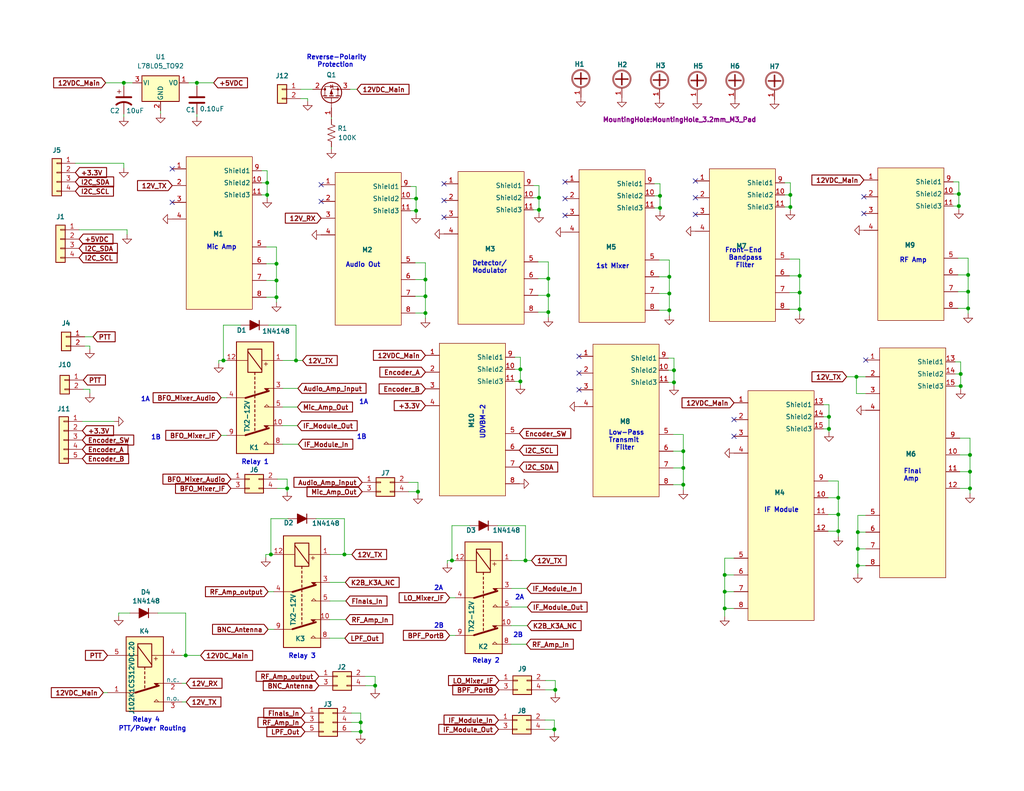
<source format=kicad_sch>
(kicad_sch (version 20230121) (generator eeschema)
  (paper "USLetter")
  (title_block (title "20-Meter Pssst Transceiver Motherboard") (date "2024-06-03") (rev "C") (comment 1 "Original design by Pete Juliano, N6QW"))
  (junction (at 226.187 113.792))
  (junction (at 262.128 105.41))
  (junction (at 98.425 197.231))
  (junction (at 228.727 135.89))
  (junction (at 75.438 76.581))
  (junction (at 264.668 128.778))
  (junction (at 73.914 151.384))
  (junction (at 215.646 53.213))
  (junction (at 182.626 84.709))
  (junction (at 197.739 166.116))
  (junction (at 261.62 56.261))
  (junction (at 113.538 54.229))
  (junction (at 60.96 98.425))
  (junction (at 182.626 75.565))
  (junction (at 75.438 72.009))
  (junction (at 261.62 52.959))
  (junction (at 141.986 100.838))
  (junction (at 183.896 101.092))
  (junction (at 114.046 134.239))
  (junction (at 262.128 102.108))
  (junction (at 234.061 149.86))
  (junction (at 147.066 53.975))
  (junction (at 197.739 161.544))
  (junction (at 264.668 133.35))
  (junction (at 98.425 199.771))
  (junction (at 141.986 104.14))
  (junction (at 226.187 117.094))
  (junction (at 228.727 145.034))
  (junction (at 116.078 85.471))
  (junction (at 218.186 79.883))
  (junction (at 264.16 84.201))
  (junction (at 186.436 132.334))
  (junction (at 147.066 57.277))
  (junction (at 53.721 22.606))
  (junction (at 33.782 22.606))
  (junction (at 151.257 199.136))
  (junction (at 234.061 145.288))
  (junction (at 186.436 123.19))
  (junction (at 143.383 153.035))
  (junction (at 215.646 56.515))
  (junction (at 186.436 127.762))
  (junction (at 113.538 57.531))
  (junction (at 180.086 56.769))
  (junction (at 116.078 80.899))
  (junction (at 123.317 153.035))
  (junction (at 149.606 76.073))
  (junction (at 72.898 53.213))
  (junction (at 93.98 151.384))
  (junction (at 264.16 79.629))
  (junction (at 218.186 75.311))
  (junction (at 116.078 76.327))
  (junction (at 228.727 140.462))
  (junction (at 183.896 104.394))
  (junction (at 149.606 80.645))
  (junction (at 149.606 85.217))
  (junction (at 234.061 154.432))
  (junction (at 264.16 75.057))
  (junction (at 72.898 49.911))
  (junction (at 180.086 53.467))
  (junction (at 182.626 80.137))
  (junction (at 197.739 156.972))
  (junction (at 102.362 187.198))
  (junction (at 151.511 188.341))
  (junction (at 233.68 102.87))
  (junction (at 80.772 98.425))
  (junction (at 50.673 178.943))
  (junction (at 218.186 84.455))
  (junction (at 264.668 124.206))
  (junction (at 78.359 133.35))
  (junction (at 75.438 81.153))
  (no_connect (at 235.712 58.293))
  (no_connect (at 235.712 53.721))
  (no_connect (at 189.738 49.403))
  (no_connect (at 189.738 58.547))
  (no_connect (at 189.738 53.975))
  (no_connect (at 154.178 49.657))
  (no_connect (at 154.178 54.229))
  (no_connect (at 154.178 58.801))
  (no_connect (at 121.158 50.165))
  (no_connect (at 121.158 54.737))
  (no_connect (at 121.158 59.309))
  (no_connect (at 236.22 98.298))
  (no_connect (at 200.279 114.554))
  (no_connect (at 200.279 119.126))
  (no_connect (at 46.99 55.245))
  (no_connect (at 46.99 46.101))
  (no_connect (at 157.988 106.426))
  (no_connect (at 157.988 97.282))
  (no_connect (at 157.988 101.854))
  (no_connect (at 87.63 50.419))
  (no_connect (at 87.63 54.991))
  (wire (pts (xy 128.143 143.51) (xy 123.317 143.51)))
  (wire (pts (xy 234.061 149.86) (xy 236.22 149.86)))
  (wire (pts (xy 145.542 50.673) (xy 147.066 50.673)))
  (wire (pts (xy 182.626 70.993) (xy 182.626 75.565)))
  (wire (pts (xy 183.896 97.79) (xy 183.896 101.092)))
  (wire (pts (xy 228.727 140.462) (xy 228.727 145.034)))
  (wire (pts (xy 98.425 197.231) (xy 98.425 199.771)))
  (wire (pts (xy 112.014 50.927) (xy 113.538 50.927)))
  (wire (pts (xy 140.462 100.838) (xy 141.986 100.838)))
  (wire (pts (xy 260.604 102.108) (xy 262.128 102.108)))
  (wire (pts (xy 143.383 153.035) (xy 145.034 153.035)))
  (wire (pts (xy 224.663 113.792) (xy 226.187 113.792)))
  (wire (pts (xy 116.078 76.327) (xy 116.078 80.899)))
  (wire (pts (xy 262.128 98.806) (xy 262.128 102.108)))
  (wire (pts (xy 114.046 134.239) (xy 114.046 135.001)))
  (wire (pts (xy 261.62 56.261) (xy 261.62 57.15)))
  (wire (pts (xy 197.739 156.972) (xy 200.279 156.972)))
  (wire (pts (xy 43.053 167.386) (xy 50.673 167.386)))
  (wire (pts (xy 73.914 151.384) (xy 72.517 151.384)))
  (wire (pts (xy 82.042 26.924) (xy 83.947 26.924)))
  (wire (pts (xy 53.721 31.115) (xy 53.721 31.877)))
  (wire (pts (xy 49.657 191.643) (xy 50.8 191.643)))
  (wire (pts (xy 151.511 185.801) (xy 151.511 188.341)))
  (wire (pts (xy 36.195 22.606) (xy 33.782 22.606)))
  (wire (pts (xy 260.604 98.806) (xy 262.128 98.806)))
  (wire (pts (xy 261.874 128.778) (xy 264.668 128.778)))
  (wire (pts (xy 93.98 151.384) (xy 96.012 151.384)))
  (wire (pts (xy 261.62 52.959) (xy 261.62 56.261)))
  (wire (pts (xy 264.16 79.629) (xy 264.16 84.201)))
  (wire (pts (xy 145.542 57.277) (xy 147.066 57.277)))
  (wire (pts (xy 20.574 44.577) (xy 33.782 44.577)))
  (wire (pts (xy 98.425 199.771) (xy 98.425 200.533)))
  (wire (pts (xy 183.642 118.618) (xy 186.436 118.618)))
  (wire (pts (xy 149.606 80.645) (xy 149.606 85.217)))
  (wire (pts (xy 224.663 110.49) (xy 226.187 110.49)))
  (wire (pts (xy 113.538 57.531) (xy 113.538 58.42)))
  (wire (pts (xy 99.695 187.198) (xy 102.362 187.198)))
  (wire (pts (xy 182.372 97.79) (xy 183.896 97.79)))
  (wire (pts (xy 146.812 71.501) (xy 149.606 71.501)))
  (wire (pts (xy 261.62 49.657) (xy 261.62 52.959)))
  (wire (pts (xy 71.374 53.213) (xy 72.898 53.213)))
  (wire (pts (xy 140.462 104.14) (xy 141.986 104.14)))
  (wire (pts (xy 113.538 54.229) (xy 113.538 57.531)))
  (wire (pts (xy 135.763 143.51) (xy 143.383 143.51)))
  (wire (pts (xy 102.362 187.198) (xy 102.362 188.087)))
  (wire (pts (xy 186.436 127.762) (xy 186.436 132.334)))
  (wire (pts (xy 141.986 97.536) (xy 141.986 100.838)))
  (wire (pts (xy 261.366 75.057) (xy 264.16 75.057)))
  (wire (pts (xy 225.933 145.034) (xy 228.727 145.034)))
  (wire (pts (xy 148.717 199.136) (xy 151.257 199.136)))
  (wire (pts (xy 143.383 143.51) (xy 143.383 153.035)))
  (wire (pts (xy 78.613 141.605) (xy 73.914 141.605)))
  (wire (pts (xy 50.673 167.386) (xy 50.673 178.943)))
  (wire (pts (xy 180.086 50.165) (xy 180.086 53.467)))
  (wire (pts (xy 72.898 53.213) (xy 72.898 54.102)))
  (wire (pts (xy 261.366 70.485) (xy 264.16 70.485)))
  (wire (pts (xy 197.739 161.544) (xy 197.739 166.116)))
  (wire (pts (xy 261.366 79.629) (xy 264.16 79.629)))
  (wire (pts (xy 23.114 91.948) (xy 25.4 91.948)))
  (wire (pts (xy 95.885 194.691) (xy 98.425 194.691)))
  (wire (pts (xy 90.424 32.004) (xy 90.424 32.512)))
  (wire (pts (xy 33.782 22.606) (xy 33.782 23.495)))
  (wire (pts (xy 139.573 160.655) (xy 143.764 160.655)))
  (wire (pts (xy 72.644 72.009) (xy 75.438 72.009)))
  (wire (pts (xy 147.066 57.277) (xy 147.066 58.166)))
  (wire (pts (xy 123.317 153.035) (xy 122.047 153.035)))
  (wire (pts (xy 179.832 80.137) (xy 182.626 80.137)))
  (wire (pts (xy 75.438 67.437) (xy 75.438 72.009)))
  (wire (pts (xy 231.013 102.87) (xy 233.68 102.87)))
  (wire (pts (xy 111.506 131.699) (xy 114.046 131.699)))
  (wire (pts (xy 182.626 75.565) (xy 182.626 80.137)))
  (wire (pts (xy 148.844 188.341) (xy 151.511 188.341)))
  (wire (pts (xy 59.69 98.425) (xy 60.96 98.425)))
  (wire (pts (xy 33.782 31.115) (xy 33.782 31.877)))
  (wire (pts (xy 178.562 53.467) (xy 180.086 53.467)))
  (wire (pts (xy 72.644 76.581) (xy 75.438 76.581)))
  (wire (pts (xy 122.682 163.195) (xy 124.206 163.195)))
  (wire (pts (xy 186.436 132.334) (xy 186.436 133.731)))
  (wire (pts (xy 264.668 124.206) (xy 264.668 128.778)))
  (wire (pts (xy 90.043 159.004) (xy 94.234 159.004)))
  (wire (pts (xy 179.832 70.993) (xy 182.626 70.993)))
  (wire (pts (xy 116.078 80.899) (xy 116.078 85.471)))
  (wire (pts (xy 149.606 71.501) (xy 149.606 76.073)))
  (wire (pts (xy 261.874 119.634) (xy 264.668 119.634)))
  (wire (pts (xy 148.717 196.596) (xy 151.257 196.596)))
  (wire (pts (xy 21.59 62.738) (xy 34.671 62.738)))
  (wire (pts (xy 214.122 56.515) (xy 215.646 56.515)))
  (wire (pts (xy 264.16 84.201) (xy 264.16 85.598)))
  (wire (pts (xy 114.046 131.699) (xy 114.046 134.239)))
  (wire (pts (xy 53.721 22.606) (xy 53.721 23.495)))
  (wire (pts (xy 73.279 88.773) (xy 80.772 88.773)))
  (wire (pts (xy 182.626 84.709) (xy 182.626 86.106)))
  (wire (pts (xy 197.739 166.116) (xy 200.279 166.116)))
  (wire (pts (xy 95.885 197.231) (xy 98.425 197.231)))
  (wire (pts (xy 77.216 111.125) (xy 81.153 111.125)))
  (wire (pts (xy 72.517 151.384) (xy 72.517 152.146)))
  (wire (pts (xy 116.078 85.471) (xy 116.078 86.868)))
  (wire (pts (xy 78.359 130.81) (xy 78.359 133.35)))
  (wire (pts (xy 261.874 124.206) (xy 264.668 124.206)))
  (wire (pts (xy 183.896 104.394) (xy 183.896 105.283)))
  (wire (pts (xy 218.186 84.455) (xy 218.186 85.852)))
  (wire (pts (xy 99.695 184.658) (xy 102.362 184.658)))
  (wire (pts (xy 116.078 71.755) (xy 116.078 76.327)))
  (wire (pts (xy 73.914 141.605) (xy 73.914 151.384)))
  (wire (pts (xy 183.642 127.762) (xy 186.436 127.762)))
  (wire (pts (xy 260.096 49.657) (xy 261.62 49.657)))
  (wire (pts (xy 260.096 56.261) (xy 261.62 56.261)))
  (wire (pts (xy 182.372 104.394) (xy 183.896 104.394)))
  (wire (pts (xy 22.733 106.299) (xy 24.511 106.299)))
  (wire (pts (xy 215.392 79.883) (xy 218.186 79.883)))
  (wire (pts (xy 214.122 49.911) (xy 215.646 49.911)))
  (wire (pts (xy 214.122 53.213) (xy 215.646 53.213)))
  (wire (pts (xy 148.844 185.801) (xy 151.511 185.801)))
  (wire (pts (xy 95.885 199.771) (xy 98.425 199.771)))
  (wire (pts (xy 260.604 105.41) (xy 262.128 105.41)))
  (wire (pts (xy 113.284 80.899) (xy 116.078 80.899)))
  (wire (pts (xy 32.385 167.386) (xy 32.385 168.148)))
  (wire (pts (xy 60.325 118.872) (xy 61.849 118.872)))
  (wire (pts (xy 226.187 113.792) (xy 226.187 117.094)))
  (wire (pts (xy 228.727 131.318) (xy 228.727 135.89)))
  (wire (pts (xy 197.739 152.4) (xy 197.739 156.972)))
  (wire (pts (xy 82.042 24.384) (xy 85.344 24.384)))
  (wire (pts (xy 178.562 50.165) (xy 180.086 50.165)))
  (wire (pts (xy 122.047 153.035) (xy 122.047 153.797)))
  (wire (pts (xy 77.089 121.285) (xy 81.407 121.285)))
  (wire (pts (xy 262.128 105.41) (xy 262.128 106.299)))
  (wire (pts (xy 260.096 52.959) (xy 261.62 52.959)))
  (wire (pts (xy 59.69 98.425) (xy 59.69 99.187)))
  (wire (pts (xy 147.066 50.673) (xy 147.066 53.975)))
  (wire (pts (xy 78.359 133.35) (xy 78.359 134.239)))
  (wire (pts (xy 32.385 167.386) (xy 35.433 167.386)))
  (wire (pts (xy 233.68 102.87) (xy 236.22 102.87)))
  (wire (pts (xy 65.659 88.773) (xy 60.96 88.773)))
  (wire (pts (xy 77.216 106.045) (xy 81.28 106.045)))
  (wire (pts (xy 89.916 169.164) (xy 94.361 169.164)))
  (wire (pts (xy 139.446 175.895) (xy 143.637 175.895)))
  (wire (pts (xy 200.279 152.4) (xy 197.739 152.4)))
  (wire (pts (xy 234.061 149.86) (xy 234.061 154.432)))
  (wire (pts (xy 226.187 117.094) (xy 226.187 117.983)))
  (wire (pts (xy 197.739 161.544) (xy 200.279 161.544)))
  (wire (pts (xy 74.676 151.384) (xy 73.914 151.384)))
  (wire (pts (xy 264.668 133.35) (xy 264.668 134.747)))
  (wire (pts (xy 43.815 30.226) (xy 43.815 30.988)))
  (wire (pts (xy 72.898 49.911) (xy 72.898 53.213)))
  (wire (pts (xy 75.692 133.35) (xy 78.359 133.35)))
  (wire (pts (xy 264.16 75.057) (xy 264.16 79.629)))
  (wire (pts (xy 112.014 54.229) (xy 113.538 54.229)))
  (wire (pts (xy 234.061 154.432) (xy 236.22 154.432)))
  (wire (pts (xy 149.606 85.217) (xy 149.606 86.614)))
  (wire (pts (xy 151.257 199.136) (xy 151.257 199.898)))
  (wire (pts (xy 151.511 188.341) (xy 151.511 189.23)))
  (wire (pts (xy 215.392 84.455) (xy 218.186 84.455)))
  (wire (pts (xy 182.372 101.092) (xy 183.896 101.092)))
  (wire (pts (xy 51.435 22.606) (xy 53.721 22.606)))
  (wire (pts (xy 34.671 62.738) (xy 34.671 64.008)))
  (wire (pts (xy 233.68 107.442) (xy 233.68 102.87)))
  (wire (pts (xy 180.086 53.467) (xy 180.086 56.769)))
  (wire (pts (xy 236.22 107.442) (xy 233.68 107.442)))
  (wire (pts (xy 186.436 123.19) (xy 186.436 127.762)))
  (wire (pts (xy 60.96 88.773) (xy 60.96 98.425)))
  (wire (pts (xy 146.812 85.217) (xy 149.606 85.217)))
  (wire (pts (xy 80.772 88.773) (xy 80.772 98.425)))
  (wire (pts (xy 218.186 79.883) (xy 218.186 84.455)))
  (wire (pts (xy 98.425 194.691) (xy 98.425 197.231)))
  (wire (pts (xy 112.014 57.531) (xy 113.538 57.531)))
  (wire (pts (xy 215.646 53.213) (xy 215.646 56.515)))
  (wire (pts (xy 80.772 98.425) (xy 82.55 98.425)))
  (wire (pts (xy 140.462 97.536) (xy 141.986 97.536)))
  (wire (pts (xy 215.392 75.311) (xy 218.186 75.311)))
  (wire (pts (xy 264.668 128.778) (xy 264.668 133.35)))
  (wire (pts (xy 139.573 165.735) (xy 143.891 165.735)))
  (wire (pts (xy 234.061 154.432) (xy 234.061 156.591)))
  (wire (pts (xy 50.673 178.943) (xy 54.737 178.943)))
  (wire (pts (xy 28.194 189.103) (xy 29.337 189.103)))
  (wire (pts (xy 72.644 81.153) (xy 75.438 81.153)))
  (wire (pts (xy 141.986 104.14) (xy 141.986 105.029)))
  (wire (pts (xy 75.438 81.153) (xy 75.438 82.55)))
  (wire (pts (xy 218.186 70.739) (xy 218.186 75.311)))
  (wire (pts (xy 186.436 118.618) (xy 186.436 123.19)))
  (wire (pts (xy 28.829 22.606) (xy 33.782 22.606)))
  (wire (pts (xy 183.642 123.19) (xy 186.436 123.19)))
  (wire (pts (xy 215.392 70.739) (xy 218.186 70.739)))
  (wire (pts (xy 75.438 76.581) (xy 75.438 81.153)))
  (wire (pts (xy 139.446 170.815) (xy 143.891 170.815)))
  (wire (pts (xy 89.916 174.244) (xy 94.107 174.244)))
  (wire (pts (xy 72.644 67.437) (xy 75.438 67.437)))
  (wire (pts (xy 236.22 140.716) (xy 234.061 140.716)))
  (wire (pts (xy 225.933 140.462) (xy 228.727 140.462)))
  (wire (pts (xy 113.538 50.927) (xy 113.538 54.229)))
  (wire (pts (xy 149.606 76.073) (xy 149.606 80.645)))
  (wire (pts (xy 24.511 106.299) (xy 24.511 107.315)))
  (wire (pts (xy 113.284 85.471) (xy 116.078 85.471)))
  (wire (pts (xy 93.98 141.605) (xy 93.98 151.384)))
  (wire (pts (xy 86.233 141.605) (xy 93.98 141.605)))
  (wire (pts (xy 147.066 53.975) (xy 147.066 57.277)))
  (wire (pts (xy 215.646 49.911) (xy 215.646 53.213)))
  (wire (pts (xy 261.366 84.201) (xy 264.16 84.201)))
  (wire (pts (xy 197.739 156.972) (xy 197.739 161.544)))
  (wire (pts (xy 234.061 140.716) (xy 234.061 145.288)))
  (wire (pts (xy 33.782 44.577) (xy 33.782 45.847)))
  (wire (pts (xy 261.874 133.35) (xy 264.668 133.35)))
  (wire (pts (xy 73.152 171.831) (xy 74.676 171.831)))
  (wire (pts (xy 228.727 135.89) (xy 228.727 140.462)))
  (wire (pts (xy 264.668 119.634) (xy 264.668 124.206)))
  (wire (pts (xy 72.898 46.609) (xy 72.898 49.911)))
  (wire (pts (xy 228.727 145.034) (xy 228.727 146.431)))
  (wire (pts (xy 95.504 24.384) (xy 97.409 24.384)))
  (wire (pts (xy 151.257 196.596) (xy 151.257 199.136)))
  (wire (pts (xy 53.721 22.606) (xy 58.293 22.606)))
  (wire (pts (xy 197.739 166.116) (xy 197.739 168.275)))
  (wire (pts (xy 113.284 76.327) (xy 116.078 76.327)))
  (wire (pts (xy 124.206 153.035) (xy 123.317 153.035)))
  (wire (pts (xy 226.187 110.49) (xy 226.187 113.792)))
  (wire (pts (xy 102.362 184.658) (xy 102.362 187.198)))
  (wire (pts (xy 73.152 161.544) (xy 74.676 161.544)))
  (wire (pts (xy 111.506 134.239) (xy 114.046 134.239)))
  (wire (pts (xy 113.284 71.755) (xy 116.078 71.755)))
  (wire (pts (xy 180.086 56.769) (xy 180.086 57.658)))
  (wire (pts (xy 83.947 26.924) (xy 83.947 27.559)))
  (wire (pts (xy 146.812 80.645) (xy 149.606 80.645)))
  (wire (pts (xy 141.986 100.838) (xy 141.986 104.14)))
  (wire (pts (xy 234.061 145.288) (xy 236.22 145.288)))
  (wire (pts (xy 178.562 56.769) (xy 180.086 56.769)))
  (wire (pts (xy 218.186 75.311) (xy 218.186 79.883)))
  (wire (pts (xy 60.96 98.425) (xy 61.849 98.425)))
  (wire (pts (xy 139.573 153.035) (xy 143.383 153.035)))
  (wire (pts (xy 90.043 164.084) (xy 94.361 164.084)))
  (wire (pts (xy 77.216 98.425) (xy 80.772 98.425)))
  (wire (pts (xy 90.424 40.132) (xy 90.424 40.64)))
  (wire (pts (xy 71.374 46.609) (xy 72.898 46.609)))
  (wire (pts (xy 182.626 80.137) (xy 182.626 84.709)))
  (wire (pts (xy 225.933 131.318) (xy 228.727 131.318)))
  (wire (pts (xy 122.682 173.482) (xy 124.206 173.482)))
  (wire (pts (xy 49.657 178.943) (xy 50.673 178.943)))
  (wire (pts (xy 24.511 94.488) (xy 24.511 95.25)))
  (wire (pts (xy 77.089 116.205) (xy 81.153 116.205)))
  (wire (pts (xy 215.646 56.515) (xy 215.646 57.404)))
  (wire (pts (xy 225.933 135.89) (xy 228.727 135.89)))
  (wire (pts (xy 49.657 186.563) (xy 50.8 186.563)))
  (wire (pts (xy 183.642 132.334) (xy 186.436 132.334)))
  (wire (pts (xy 123.317 143.51) (xy 123.317 153.035)))
  (wire (pts (xy 234.061 145.288) (xy 234.061 149.86)))
  (wire (pts (xy 264.16 70.485) (xy 264.16 75.057)))
  (wire (pts (xy 146.812 76.073) (xy 149.606 76.073)))
  (wire (pts (xy 71.374 49.911) (xy 72.898 49.911)))
  (wire (pts (xy 22.479 115.062) (xy 31.115 115.062)))
  (wire (pts (xy 179.832 75.565) (xy 182.626 75.565)))
  (wire (pts (xy 145.542 53.975) (xy 147.066 53.975)))
  (wire (pts (xy 23.114 94.488) (xy 24.511 94.488)))
  (wire (pts (xy 224.663 117.094) (xy 226.187 117.094)))
  (wire (pts (xy 179.832 84.709) (xy 182.626 84.709)))
  (wire (pts (xy 60.325 108.585) (xy 61.849 108.585)))
  (wire (pts (xy 75.692 130.81) (xy 78.359 130.81)))
  (wire (pts (xy 75.438 72.009) (xy 75.438 76.581)))
  (wire (pts (xy 262.128 102.108) (xy 262.128 105.41)))
  (wire (pts (xy 183.896 101.092) (xy 183.896 104.394)))
  (wire (pts (xy 90.043 151.384) (xy 93.98 151.384)))
  (text "1B" (at 41.148 120.269 0) (effects (font (size 1.27 1.27) bold) (justify left bottom)))
  (text "Relay 3" (at 78.613 179.959 0) (effects (font (size 1.27 1.27) (thickness 0.254) bold) (justify left bottom)))
  (text "1B" (at 97.282 120.142 0) (effects (font (size 1.27 1.27) bold) (justify left bottom)))
  (text "2B" (at 139.954 174.244 0) (effects (font (size 1.27 1.27) bold) (justify left bottom)))
  (text "1st Mixer" (at 162.56 73.533 0) (effects (font (size 1.27 1.27) bold) (justify left bottom)))
  (text "2A" (at 140.462 163.957 0) (effects (font (size 1.27 1.27) bold) (justify left bottom)))
  (text "Front-End\n Bandpass\n   Filter" (at 197.739 73.279 0) (effects (font (size 1.27 1.27) bold) (justify left bottom)))
  (text "Audio Out" (at 94.234 73.152 0) (effects (font (size 1.27 1.27) bold) (justify left bottom)))
  (text "Relay 1" (at 65.786 127 0) (effects (font (size 1.27 1.27) (thickness 0.254) bold) (justify left bottom)))
  (text "PTT/Power Routing" (at 32.258 199.771 0) (effects (font (size 1.27 1.27) (thickness 0.254) bold) (justify left bottom)))
  (text "2B" (at 118.364 171.704 0) (effects (font (size 1.27 1.27) bold) (justify left bottom)))
  (text "Final\nAmp" (at 246.507 131.572 0) (effects (font (size 1.27 1.27) bold) (justify left bottom)))
  (text "Mic Amp" (at 56.261 68.326 0) (effects (font (size 1.27 1.27) bold) (justify left bottom)))
  (text "2A" (at 118.364 161.417 0) (effects (font (size 1.27 1.27) bold) (justify left bottom)))
  (text "Detector/\nModulator" (at 128.778 74.803 0) (effects (font (size 1.27 1.27) bold) (justify left bottom)))
  (text "UDVBM-2" (at 132.461 110.49 90) (effects (font (size 1.27 1.27) bold) (justify right bottom)))
  (text "RF Amp" (at 245.364 71.882 0) (effects (font (size 1.27 1.27) bold) (justify left bottom)))
  (text "Relay 4" (at 36.068 197.358 0) (effects (font (size 1.27 1.27) (thickness 0.254) bold) (justify left bottom)))
  (text "IF Module" (at 208.407 140.081 0) (effects (font (size 1.27 1.27) bold) (justify left bottom)))
  (text "Reverse-Polarity\n   Protection" (at 83.566 18.542 0) (effects (font (size 1.27 1.27) (thickness 0.254) bold) (justify left bottom)))
  (text "Low-Pass\nTransmit\n  Filter" (at 165.989 123.063 0) (effects (font (size 1.27 1.27) bold) (justify left bottom)))
  (text "1A" (at 38.354 109.855 0) (effects (font (size 1.27 1.27) bold) (justify left bottom)))
  (text "Relay 2" (at 128.778 181.229 0) (effects (font (size 1.27 1.27) (thickness 0.254) bold) (justify left bottom)))
  (text "1A" (at 97.917 110.617 0) (effects (font (size 1.27 1.27) bold) (justify left bottom)))
  (global_label "RF_Amp_output" (shape input) (at 86.995 184.658 180) (effects (font bold)) (property "Intersheetrefs" "${INTERSHEET_REFS}" (effects hide)))
  (global_label "BNC_Antenna" (shape input) (at 73.152 171.831 180) (effects (font bold)) (property "Intersheetrefs" "${INTERSHEET_REFS}" (effects hide)))
  (global_label "PTT" (shape input) (at 25.4 91.948 0) (effects (font bold)) (property "Intersheetrefs" "${INTERSHEET_REFS}" (effects hide)))
  (global_label "12V_TX" (shape input) (at 231.013 102.87 180) (effects (font bold)) (property "Intersheetrefs" "${INTERSHEET_REFS}" (effects hide)))
  (global_label "Encoder_A" (shape input) (at 22.479 122.682 0) (effects (font bold)) (property "Intersheetrefs" "${INTERSHEET_REFS}" (effects hide)))
  (global_label "+3.3V" (shape input) (at 116.078 110.744 180) (effects (font bold)) (property "Intersheetrefs" "${INTERSHEET_REFS}" (effects hide)))
  (global_label "BFO_Mixer_IF" (shape input) (at 62.992 133.35 180) (effects (font bold)) (property "Intersheetrefs" "${INTERSHEET_REFS}" (effects hide)))
  (global_label "PTT" (shape input) (at 22.733 103.759 0) (effects (font bold)) (property "Intersheetrefs" "${INTERSHEET_REFS}" (effects hide)))
  (global_label "12VDC_Main" (shape input) (at 28.194 189.103 180) (effects (font bold)) (property "Intersheetrefs" "${INTERSHEET_REFS}" (effects hide)))
  (global_label "12VDC_Main" (shape input) (at 97.409 24.384 0) (effects (font bold)) (property "Intersheetrefs" "${INTERSHEET_REFS}" (effects hide)))
  (global_label "I2C_SDA" (shape input) (at 21.59 67.818 0) (effects (font bold)) (property "Intersheetrefs" "${INTERSHEET_REFS}" (effects hide)))
  (global_label "LO_Mixer_IF" (shape input) (at 122.682 163.195 180) (effects (font bold)) (property "Intersheetrefs" "${INTERSHEET_REFS}" (effects hide)))
  (global_label "IF_Module_In" (shape input) (at 136.017 196.596 180) (effects (font bold)) (property "Intersheetrefs" "${INTERSHEET_REFS}" (effects hide)))
  (global_label "RF_Amp_In" (shape input) (at 94.361 169.164 0) (effects (font bold)) (property "Intersheetrefs" "${INTERSHEET_REFS}" (effects hide)))
  (global_label "12V_TX" (shape input) (at 82.55 98.425 0) (effects (font bold)) (property "Intersheetrefs" "${INTERSHEET_REFS}" (effects hide)))
  (global_label "12V_RX" (shape input) (at 87.63 59.563 180) (effects (font bold)) (property "Intersheetrefs" "${INTERSHEET_REFS}" (effects hide)))
  (global_label "K2B_K3A_NC" (shape input) (at 143.891 170.815 0) (effects (font bold)) (property "Intersheetrefs" "${INTERSHEET_REFS}" (effects hide)))
  (global_label "RF_Amp_In" (shape input) (at 83.185 197.231 180) (effects (font bold)) (property "Intersheetrefs" "${INTERSHEET_REFS}" (effects hide)))
  (global_label "12VDC_Main" (shape input) (at 54.737 178.943 0) (effects (font bold)) (property "Intersheetrefs" "${INTERSHEET_REFS}" (effects hide)))
  (global_label "BPF_PortB" (shape input) (at 136.144 188.341 180) (effects (font bold)) (property "Intersheetrefs" "${INTERSHEET_REFS}" (effects hide)))
  (global_label "+3.3V" (shape input) (at 20.574 47.117 0) (effects (font bold)) (property "Intersheetrefs" "${INTERSHEET_REFS}" (effects hide)))
  (global_label "BNC_Antenna" (shape input) (at 86.995 187.198 180) (effects (font bold)) (property "Intersheetrefs" "${INTERSHEET_REFS}" (effects hide)))
  (global_label "12VDC_Main" (shape input) (at 200.279 109.982 180) (effects (font bold)) (property "Intersheetrefs" "${INTERSHEET_REFS}" (effects hide)))
  (global_label "Audio_Amp_input" (shape input) (at 81.28 106.045 0) (effects (font bold)) (property "Intersheetrefs" "${INTERSHEET_REFS}" (effects hide)))
  (global_label "Encoder_SW" (shape input) (at 141.732 118.364 0) (effects (font bold)) (property "Intersheetrefs" "${INTERSHEET_REFS}" (effects hide)))
  (global_label "Finals_In" (shape input) (at 83.185 194.691 180) (effects (font bold)) (property "Intersheetrefs" "${INTERSHEET_REFS}" (effects hide)))
  (global_label "Finals_In" (shape input) (at 94.361 164.084 0) (effects (font bold)) (property "Intersheetrefs" "${INTERSHEET_REFS}" (effects hide)))
  (global_label "BFO_Mixer_Audio" (shape input) (at 62.992 130.81 180) (effects (font bold)) (property "Intersheetrefs" "${INTERSHEET_REFS}" (effects hide)))
  (global_label "+5VDC" (shape input) (at 21.59 65.278 0) (effects (font (thickness 0.254) bold)) (property "Intersheetrefs" "${INTERSHEET_REFS}" (effects hide)))
  (global_label "RF_Amp_In" (shape input) (at 143.637 175.895 0) (effects (font bold)) (property "Intersheetrefs" "${INTERSHEET_REFS}" (effects hide)))
  (global_label "Mic_Amp_Out" (shape input) (at 81.153 111.125 0) (effects (font bold)) (property "Intersheetrefs" "${INTERSHEET_REFS}" (effects hide)))
  (global_label "I2C_SDA" (shape input) (at 20.574 49.657 0) (effects (font bold)) (property "Intersheetrefs" "${INTERSHEET_REFS}" (effects hide)))
  (global_label "12VDC_Main" (shape input) (at 28.829 22.606 180) (effects (font bold)) (property "Intersheetrefs" "${INTERSHEET_REFS}" (effects hide)))
  (global_label "I2C_SCL" (shape input) (at 141.732 122.936 0) (effects (font bold)) (property "Intersheetrefs" "${INTERSHEET_REFS}" (effects hide)))
  (global_label "I2C_SDA" (shape input) (at 141.732 127.508 0) (effects (font bold)) (property "Intersheetrefs" "${INTERSHEET_REFS}" (effects hide)))
  (global_label "12V_RX" (shape input) (at 50.8 186.563 0) (effects (font bold)) (property "Intersheetrefs" "${INTERSHEET_REFS}" (effects hide)))
  (global_label "Encoder_A" (shape input) (at 116.078 101.6 180) (effects (font bold)) (property "Intersheetrefs" "${INTERSHEET_REFS}" (effects hide)))
  (global_label "K2B_K3A_NC" (shape input) (at 94.234 159.004 0) (effects (font bold)) (property "Intersheetrefs" "${INTERSHEET_REFS}" (effects hide)))
  (global_label "+3.3V" (shape input) (at 22.479 117.602 0) (effects (font bold)) (property "Intersheetrefs" "${INTERSHEET_REFS}" (effects hide)))
  (global_label "Encoder_B" (shape input) (at 116.078 106.172 180) (effects (font bold)) (property "Intersheetrefs" "${INTERSHEET_REFS}" (effects hide)))
  (global_label "BPF_PortB" (shape input) (at 122.682 173.482 180) (effects (font bold)) (property "Intersheetrefs" "${INTERSHEET_REFS}" (effects hide)))
  (global_label "12VDC_Main" (shape input) (at 235.712 49.149 180) (effects (font bold)) (property "Intersheetrefs" "${INTERSHEET_REFS}" (effects hide)))
  (global_label "Encoder_B" (shape input) (at 22.479 125.222 0) (effects (font bold)) (property "Intersheetrefs" "${INTERSHEET_REFS}" (effects hide)))
  (global_label "IF_Module_In" (shape input) (at 81.407 121.285 0) (effects (font bold)) (property "Intersheetrefs" "${INTERSHEET_REFS}" (effects hide)))
  (global_label "IF_Module_Out" (shape input) (at 136.017 199.136 180) (effects (font bold)) (property "Intersheetrefs" "${INTERSHEET_REFS}" (effects hide)))
  (global_label "Mic_Amp_Out" (shape input) (at 98.806 134.239 180) (effects (font bold)) (property "Intersheetrefs" "${INTERSHEET_REFS}" (effects hide)))
  (global_label "RF_Amp_output" (shape input) (at 73.152 161.544 180) (effects (font bold)) (property "Intersheetrefs" "${INTERSHEET_REFS}" (effects hide)))
  (global_label "Encoder_SW" (shape input) (at 22.479 120.142 0) (effects (font bold)) (property "Intersheetrefs" "${INTERSHEET_REFS}" (effects hide)))
  (global_label "LO_Mixer_IF" (shape input) (at 136.144 185.801 180) (effects (font bold)) (property "Intersheetrefs" "${INTERSHEET_REFS}" (effects hide)))
  (global_label "IF_Module_In" (shape input) (at 143.764 160.655 0) (effects (font bold)) (property "Intersheetrefs" "${INTERSHEET_REFS}" (effects hide)))
  (global_label "12V_TX" (shape input) (at 46.99 50.673 180) (effects (font bold)) (property "Intersheetrefs" "${INTERSHEET_REFS}" (effects hide)))
  (global_label "I2C_SCL" (shape input) (at 21.59 70.358 0) (effects (font bold)) (property "Intersheetrefs" "${INTERSHEET_REFS}" (effects hide)))
  (global_label "BFO_Mixer_Audio" (shape input) (at 60.325 108.585 180) (effects (font bold)) (property "Intersheetrefs" "${INTERSHEET_REFS}" (effects hide)))
  (global_label "12V_TX" (shape input) (at 50.8 191.643 0) (effects (font bold)) (property "Intersheetrefs" "${INTERSHEET_REFS}" (effects hide)))
  (global_label "IF_Module_Out" (shape input) (at 81.153 116.205 0) (effects (font bold)) (property "Intersheetrefs" "${INTERSHEET_REFS}" (effects hide)))
  (global_label "LPF_Out" (shape input) (at 83.185 199.771 180) (effects (font bold)) (property "Intersheetrefs" "${INTERSHEET_REFS}" (effects hide)))
  (global_label "+5VDC" (shape input) (at 58.293 22.606 0) (effects (font (thickness 0.254) bold)) (property "Intersheetrefs" "${INTERSHEET_REFS}" (effects hide)))
  (global_label "Audio_Amp_input" (shape input) (at 98.806 131.699 180) (effects (font bold)) (property "Intersheetrefs" "${INTERSHEET_REFS}" (effects hide)))
  (global_label "12V_TX" (shape input) (at 145.034 153.035 0) (effects (font bold)) (property "Intersheetrefs" "${INTERSHEET_REFS}" (effects hide)))
  (global_label "PTT" (shape input) (at 29.337 178.943 180) (effects (font bold)) (property "Intersheetrefs" "${INTERSHEET_REFS}" (effects hide)))
  (global_label "BFO_Mixer_IF" (shape input) (at 60.325 118.872 180) (effects (font bold)) (property "Intersheetrefs" "${INTERSHEET_REFS}" (effects hide)))
  (global_label "IF_Module_Out" (shape input) (at 143.891 165.735 0) (effects (font bold)) (property "Intersheetrefs" "${INTERSHEET_REFS}" (effects hide)))
  (global_label "LPF_Out" (shape input) (at 94.107 174.244 0) (effects (font bold)) (property "Intersheetrefs" "${INTERSHEET_REFS}" (effects hide)))
  (global_label "I2C_SCL" (shape input) (at 20.574 52.197 0) (effects (font bold)) (property "Intersheetrefs" "${INTERSHEET_REFS}" (effects hide)))
  (global_label "12VDC_Main" (shape input) (at 116.078 97.028 180) (effects (font bold)) (property "Intersheetrefs" "${INTERSHEET_REFS}" (effects hide)))
  (global_label "12V_TX" (shape input) (at 96.012 151.384 0) (effects (font bold)) (property "Intersheetrefs" "${INTERSHEET_REFS}" (effects hide)))
  (symbol (lib_id "power:GND") (at 98.425 200.533 0) (unit 1)
    (property "Reference" "#PWR0123" (effects hide))
    (property "Value" "GND" (effects hide))
  )
  (symbol (lib_id "K7TFC_Connectors:Conn_01x02") (at 18.034 91.948 0) (mirror y) (unit 1)
    (property "Reference" "J4" (at 18.034 88.265 0) (effects (font bold)))
    (property "Value" "Conn_01x02" (effects hide))
    (property "Footprint" "Connector_PinHeader_2.54mm:PinHeader_1x02_P2.54mm_Vertical" (effects hide))
  )
  (symbol (lib_id "power:GND") (at 83.947 27.559 0) (unit 1)
    (property "Reference" "#PWR04" (effects hide))
    (property "Value" "GND" (effects hide))
  )
  (symbol (lib_id "K7TFC_Connectors:Conn_01x02") (at 76.962 24.384 0) (mirror y) (unit 1)
    (property "Reference" "J12" (at 76.962 20.701 0) (effects (font bold)))
    (property "Value" "Conn_01x02" (effects hide))
    (property "Footprint" "Connector_PinHeader_2.54mm:PinHeader_1x02_P2.54mm_Vertical" (effects hide))
  )
  (symbol (lib_id "K7TFC:StandardModule_2") (at 246.38 120.904 0) (unit 1)
    (property "Reference" "M6" (at 248.539 123.952 0) (effects (font bold)))
    (property "Value" "StandardModule_2" (effects hide))
    (property "Footprint" "K7TFC_Modules:K7TFC_CircuitBlock_Module2" (effects hide))
  )
  (symbol (lib_id "power:GND") (at 154.178 63.373 270) (unit 1)
    (property "Reference" "#PWR020" (effects hide))
    (property "Value" "GND" (effects hide))
  )
  (symbol (lib_id "K7TFC_Diodes:D") (at 131.953 143.51 180) (unit 1)
    (property "Reference" "D3" (at 128.524 144.78 0) (effects (font bold)))
    (property "Value" "1N4148" (at 138.176 144.78 0) (effects (font bold)))
    (property "Footprint" "Diode_THT:D_DO-35_SOD27_P7.62mm_Horizontal" (effects hide))
  )
  (symbol (lib_id "power:GND") (at 151.511 189.23 0) (unit 1)
    (property "Reference" "#PWR0126" (effects hide))
    (property "Value" "GND" (effects hide))
  )
  (symbol (lib_id "power:GND") (at 72.898 54.102 0) (unit 1)
    (property "Reference" "#PWR0141" (effects hide))
    (property "Value" "GND" (effects hide))
  )
  (symbol (lib_id "K7TFC:StandardModule_1") (at 97.79 73.025 0) (unit 1)
    (property "Reference" "M2" (at 100.203 68.199 0) (effects (font bold)))
    (property "Value" "StandardModule_1" (effects hide))
    (property "Footprint" "K7TFC_Modules:K7TFC_CircuitBlock_Module1" (effects hide))
  )
  (symbol (lib_id "power:GND") (at 72.517 152.146 0) (unit 1)
    (property "Reference" "#PWR0102" (effects hide))
    (property "Value" "GND" (effects hide))
  )
  (symbol (lib_id "Regulator_Linear:L78L05_TO92") (at 43.815 22.606 0) (unit 1)
    (property "Reference" "U1" (at 43.815 15.494 0))
    (property "Value" "L78L05_TO92" (at 43.815 18.034 0))
    (property "Footprint" "Package_TO_SOT_THT:TO-92_Inline" (effects hide))
    (property "Datasheet" "http://www.st.com/content/ccc/resource/technical/document/datasheet/15/55/e5/aa/23/5b/43/fd/CD00000446.pdf/files/CD00000446.pdf/jcr:content/translations/en.CD00000446.pdf" (effects hide))
  )
  (symbol (lib_id "power:GND") (at 53.721 31.877 0) (unit 1)
    (property "Reference" "#PWR03" (effects hide))
    (property "Value" "GND" (effects hide))
  )
  (symbol (lib_id "power:GND") (at 87.63 64.135 270) (unit 1)
    (property "Reference" "#PWR07" (effects hide))
    (property "Value" "GND" (effects hide))
  )
  (symbol (lib_id "power:GND") (at 264.16 85.598 0) (unit 1)
    (property "Reference" "#PWR0109" (effects hide))
    (property "Value" "GND" (effects hide))
  )
  (symbol (lib_id "power:GND") (at 46.99 59.817 270) (unit 1)
    (property "Reference" "#PWR02" (effects hide))
    (property "Value" "GND" (effects hide))
  )
  (symbol (lib_id "power:GND") (at 151.257 199.898 0) (unit 1)
    (property "Reference" "#PWR0125" (effects hide))
    (property "Value" "GND" (effects hide))
  )
  (symbol (lib_name "Mounting_Hole_4-40_5") (lib_id "K7TFC_Hardware:Mounting_Hole_4-40") (at 200.533 21.971 0) (unit 1)
    (property "Reference" "H6" (at 199.009 18.034 0) (effects (font bold) (justify left)))
    (property "Value" "Mounting_Hole_4-40" (effects hide))
    (property "Footprint" "MountingHole:MountingHole_3.2mm_M3_Pad" (effects hide))
  )
  (symbol (lib_id "power:GND") (at 215.646 57.404 0) (unit 1)
    (property "Reference" "#PWR0140" (effects hide))
    (property "Value" "GND" (effects hide))
  )
  (symbol (lib_id "power:GND") (at 180.086 57.658 0) (unit 1)
    (property "Reference" "#PWR0137" (effects hide))
    (property "Value" "GND" (effects hide))
  )
  (symbol (lib_id "power:GND") (at 31.115 115.062 90) (unit 1)
    (property "Reference" "#PWR0111" (effects hide))
    (property "Value" "GND" (effects hide))
  )
  (symbol (lib_id "power:GND") (at 235.712 62.865 270) (unit 1)
    (property "Reference" "#PWR031" (effects hide))
    (property "Value" "GND" (effects hide))
  )
  (symbol (lib_id "power:GND") (at 24.511 107.315 0) (unit 1)
    (property "Reference" "#PWR0127" (effects hide))
    (property "Value" "GND" (effects hide))
  )
  (symbol (lib_id "K7TFC:TX2-12V") (at 66.675 111.506 0) (unit 1)
    (property "Reference" "K1" (at 69.342 122.174 0) (effects (font bold)))
    (property "Value" "TX2-12V" (at 67.437 113.665 90) (effects (font bold)))
    (property "Footprint" "K7TFC:RELAY_TX2_PAN" (effects hide))
  )
  (symbol (lib_id "power:GND") (at 114.046 135.001 0) (unit 1)
    (property "Reference" "#PWR0121" (effects hide))
    (property "Value" "GND" (effects hide))
  )
  (symbol (lib_id "K7TFC_Connectors:Conn_01x02") (at 17.653 103.759 0) (mirror y) (unit 1)
    (property "Reference" "J10" (at 17.653 99.568 0) (effects (font bold)))
    (property "Value" "Conn_01x02" (effects hide))
    (property "Footprint" "Connector_PinHeader_2.54mm:PinHeader_1x02_P2.54mm_Vertical" (effects hide))
  )
  (symbol (lib_name "Mounting_Hole_4-40_6") (lib_id "K7TFC_Hardware:Mounting_Hole_4-40") (at 211.328 22.098 0) (unit 1)
    (property "Reference" "H7" (at 209.804 18.161 0) (effects (font bold) (justify left)))
    (property "Value" "Mounting_Hole_4-40" (effects hide))
    (property "Footprint" "MountingHole:MountingHole_3.2mm_M3_Pad" (effects hide))
  )
  (symbol (lib_id "power:GND") (at 218.186 85.852 0) (unit 1)
    (property "Reference" "#PWR0106" (effects hide))
    (property "Value" "GND" (effects hide))
  )
  (symbol (lib_id "power:GND") (at 262.128 106.299 0) (unit 1)
    (property "Reference" "#PWR0139" (effects hide))
    (property "Value" "GND" (effects hide))
  )
  (symbol (lib_id "K7TFC_Passives:C_std") (at 53.721 27.305 0) (unit 1)
    (property "Reference" "C1" (at 50.673 29.972 0) (effects (justify left)))
    (property "Value" "0.10uF" (at 54.483 29.718 0) (effects (justify left)))
    (property "Footprint" "K7TFC_Passives:Ceramic_Disk_Capacitor_P5.00mm" (effects hide))
  )
  (symbol (lib_id "K7TFC_Diodes:D") (at 69.469 88.773 180) (unit 1)
    (property "Reference" "D1" (at 65.913 90.17 0) (effects (font bold)))
    (property "Value" "1N4148" (at 75.311 90.424 0) (effects (font bold)))
    (property "Footprint" "Diode_THT:D_DO-35_SOD27_P7.62mm_Horizontal" (effects hide))
  )
  (symbol (lib_id "power:GND") (at 211.328 27.178 0) (unit 1)
    (property "Reference" "#PWR0130" (effects hide))
    (property "Value" "GND" (effects hide))
  )
  (symbol (lib_id "Connector_Generic:Conn_02x02_Odd_Even") (at 68.072 130.81 0) (unit 1)
    (property "Reference" "J6" (at 69.342 128.27 0) (effects (font bold)))
    (property "Value" "Conn_02x02_Odd_Even" (effects hide))
    (property "Footprint" "K7TFC:RG274_2x2_HS" (effects hide))
  )
  (symbol (lib_name "Mounting_Hole_4-40_2") (lib_id "K7TFC_Hardware:Mounting_Hole_4-40") (at 179.959 21.844 0) (unit 1)
    (property "Reference" "H3" (at 178.689 17.907 0) (effects (font bold) (justify left)))
    (property "Value" "Mounting_Hole_4-40" (effects hide))
    (property "Footprint" "MountingHole:MountingHole_3.2mm_M3_Pad" (effects hide))
  )
  (symbol (lib_id "Connector_Generic:Conn_02x02_Odd_Even") (at 141.097 196.596 0) (unit 1)
    (property "Reference" "J8" (at 142.367 194.056 0) (effects (font bold)))
    (property "Value" "Conn_02x02_Odd_Even" (effects hide))
    (property "Footprint" "K7TFC:RG274_2x2_HS" (effects hide))
  )
  (symbol (lib_id "K7TFC_Transistors:MOSFET_P_Channel_GDS") (at 90.424 26.924 90) (unit 1)
    (property "Reference" "Q1" (at 90.424 20.447 90))
    (property "Value" "MOSFET_P_Channel_GDS" (effects hide))
    (property "Footprint" "Package_TO_SOT_THT:TO-220-3_Vertical" (effects hide))
  )
  (symbol (lib_id "Connector_Generic:Conn_02x02_Odd_Even") (at 92.075 184.658 0) (unit 1)
    (property "Reference" "J2" (at 93.218 182.118 0) (effects (font bold)))
    (property "Value" "Conn_02x02_Odd_Even" (effects hide))
    (property "Footprint" "K7TFC:RG274_2x2_HS" (effects hide))
  )
  (symbol (lib_name "StandardModule_1_5") (lib_id "K7TFC:StandardModule_1") (at 168.148 119.888 0) (unit 1)
    (property "Reference" "M8" (at 170.561 115.062 0) (effects (font bold)))
    (property "Value" "StandardModule_1" (effects hide))
    (property "Footprint" "K7TFC_Modules:K7TFC_CircuitBlock_Module1" (effects hide))
  )
  (symbol (lib_id "power:GND") (at 234.061 156.591 0) (unit 1)
    (property "Reference" "#PWR022" (effects hide))
    (property "Value" "GND" (effects hide))
  )
  (symbol (lib_name "Mounting_Hole_4-40_3") (lib_id "K7TFC_Hardware:Mounting_Hole_4-40") (at 169.672 21.59 0) (unit 1)
    (property "Reference" "H2" (at 168.275 17.653 0) (effects (font bold) (justify left)))
    (property "Value" "Mounting_Hole_4-40" (effects hide))
    (property "Footprint" "MountingHole:MountingHole_3.2mm_M3_Pad" (effects hide))
  )
  (symbol (lib_id "Connector_Generic:Conn_01x04") (at 16.51 65.278 0) (mirror y) (unit 1)
    (property "Reference" "J1" (at 16.51 59.182 0) (effects (font bold)))
    (property "Value" "Conn_01x04" (effects hide))
    (property "Footprint" "Connector_PinHeader_2.54mm:PinHeader_1x04_P2.54mm_Vertical" (effects hide))
  )
  (symbol (lib_id "power:GND") (at 158.496 26.543 0) (unit 1)
    (property "Reference" "#PWR0118" (effects hide))
    (property "Value" "GND" (effects hide))
  )
  (symbol (lib_id "K7TFC_Diodes:D") (at 39.243 167.386 180) (unit 1)
    (property "Reference" "D4" (at 39.751 161.671 0) (effects (font bold)))
    (property "Value" "1N4148" (at 39.878 164.084 0) (effects (font bold)))
    (property "Footprint" "Diode_THT:D_DO-35_SOD27_P7.62mm_Horizontal" (effects hide))
  )
  (symbol (lib_id "power:GND") (at 33.782 31.877 0) (unit 1)
    (property "Reference" "#PWR01" (effects hide))
    (property "Value" "GND" (effects hide))
  )
  (symbol (lib_id "K7TFC_Diodes:D") (at 82.423 141.605 180) (unit 1)
    (property "Reference" "D2" (at 78.74 142.748 0) (effects (font bold)))
    (property "Value" "1N4148" (at 88.9 142.875 0) (effects (font bold)))
    (property "Footprint" "Diode_THT:D_DO-35_SOD27_P7.62mm_Horizontal" (effects hide))
  )
  (symbol (lib_id "Connector_Generic:Conn_02x02_Odd_Even") (at 141.224 185.801 0) (unit 1)
    (property "Reference" "J9" (at 142.494 182.626 0) (effects (font bold)))
    (property "Value" "Conn_02x02_Odd_Even" (effects hide))
    (property "Footprint" "K7TFC:RG274_2x2_HS" (effects hide))
  )
  (symbol (lib_name "Mounting_Hole_4-40_1") (lib_id "K7TFC_Hardware:Mounting_Hole_4-40") (at 158.496 21.463 0) (unit 1)
    (property "Reference" "H1" (at 156.591 17.526 0) (effects (font bold) (justify left)))
    (property "Value" "Mounting_Hole_4-40" (effects hide))
    (property "Footprint" "MountingHole:MountingHole_3.2mm_M3_Pad" (at 185.42 32.639 0) (effects (font bold)))
  )
  (symbol (lib_id "Connector_Generic:Conn_01x04") (at 15.494 47.117 0) (mirror y) (unit 1)
    (property "Reference" "J5" (at 15.494 41.021 0) (effects (font bold)))
    (property "Value" "Conn_01x04" (effects hide))
    (property "Footprint" "Connector_PinHeader_2.54mm:PinHeader_1x04_P2.54mm_Vertical" (effects hide))
  )
  (symbol (lib_id "power:GND") (at 182.626 86.106 0) (unit 1)
    (property "Reference" "#PWR0115" (effects hide))
    (property "Value" "GND" (effects hide))
  )
  (symbol (lib_id "power:GND") (at 169.672 26.67 0) (unit 1)
    (property "Reference" "#PWR0133" (effects hide))
    (property "Value" "GND" (effects hide))
  )
  (symbol (lib_id "power:GND") (at 189.738 63.119 270) (unit 1)
    (property "Reference" "#PWR0107" (effects hide))
    (property "Value" "GND" (effects hide))
  )
  (symbol (lib_id "power:GND") (at 261.62 57.15 0) (unit 1)
    (property "Reference" "#PWR0134" (effects hide))
    (property "Value" "GND" (effects hide))
  )
  (symbol (lib_id "power:GND") (at 32.385 168.148 0) (unit 1)
    (property "Reference" "#PWR0104" (effects hide))
    (property "Value" "GND" (effects hide))
  )
  (symbol (lib_name "TX2-12V_1") (lib_id "K7TFC:TX2-12V") (at 79.502 164.465 0) (unit 1)
    (property "Reference" "K3" (at 81.915 174.371 0) (effects (font bold)))
    (property "Value" "TX2-12V" (at 80.01 166.497 90) (effects (font bold)))
    (property "Footprint" "K7TFC:RELAY_TX2_PAN" (effects hide))
  )
  (symbol (lib_name "StandardModule_2_1") (lib_id "K7TFC:StandardModule_2") (at 210.439 132.588 0) (unit 1)
    (property "Reference" "M4" (at 212.725 134.493 0) (effects (font bold)))
    (property "Value" "StandardModule_2" (effects hide))
    (property "Footprint" "K7TFC_Modules:K7TFC_CircuitBlock_Module2" (effects hide))
  )
  (symbol (lib_id "power:GND") (at 228.727 146.431 0) (unit 1)
    (property "Reference" "#PWR0116" (effects hide))
    (property "Value" "GND" (effects hide))
  )
  (symbol (lib_id "power:GND") (at 183.896 105.283 0) (unit 1)
    (property "Reference" "#PWR0138" (effects hide))
    (property "Value" "GND" (effects hide))
  )
  (symbol (lib_id "power:GND") (at 59.69 99.187 0) (unit 1)
    (property "Reference" "#PWR0101" (effects hide))
    (property "Value" "GND" (effects hide))
  )
  (symbol (lib_name "TX2-12V_2") (lib_id "K7TFC:TX2-12V") (at 129.032 166.116 0) (unit 1)
    (property "Reference" "K2" (at 131.826 176.53 0) (effects (font bold)))
    (property "Value" "TX2-12V" (at 128.651 168.402 90) (effects (font bold)))
    (property "Footprint" "K7TFC:RELAY_TX2_PAN" (effects hide))
  )
  (symbol (lib_id "power:GND") (at 122.047 153.797 0) (unit 1)
    (property "Reference" "#PWR0103" (effects hide))
    (property "Value" "GND" (effects hide))
  )
  (symbol (lib_id "power:GND") (at 33.782 45.847 0) (unit 1)
    (property "Reference" "#PWR0108" (effects hide))
    (property "Value" "GND" (effects hide))
  )
  (symbol (lib_id "power:GND") (at 197.739 168.275 0) (unit 1)
    (property "Reference" "#PWR016" (effects hide))
    (property "Value" "GND" (effects hide))
  )
  (symbol (lib_id "power:GND") (at 236.22 112.014 270) (unit 1)
    (property "Reference" "#PWR024" (effects hide))
    (property "Value" "GND" (effects hide))
  )
  (symbol (lib_id "power:GND") (at 43.815 30.988 0) (unit 1)
    (property "Reference" "#PWR06" (effects hide))
    (property "Value" "GND" (effects hide))
  )
  (symbol (lib_id "power:GND") (at 24.511 95.25 0) (unit 1)
    (property "Reference" "#PWR0114" (effects hide))
    (property "Value" "GND" (effects hide))
  )
  (symbol (lib_id "power:GND") (at 226.187 117.983 0) (unit 1)
    (property "Reference" "#PWR0135" (effects hide))
    (property "Value" "GND" (effects hide))
  )
  (symbol (lib_id "K7TFC:T81N5D312-12") (at 38.227 185.293 0) (unit 1)
    (property "Reference" "K4" (at 39.37 172.339 0) (effects (font bold)))
    (property "Value" "J102K1CS312VDC.20" (at 35.941 185.039 90) (effects (font bold)))
    (property "Footprint" "K7TFC:J102K-1C" (effects hide))
  )
  (symbol (lib_id "power:GND") (at 147.066 58.166 0) (unit 1)
    (property "Reference" "#PWR0136" (effects hide))
    (property "Value" "GND" (effects hide))
  )
  (symbol (lib_name "StandardModule_1_7") (lib_id "K7TFC:StandardModule_1") (at 126.238 119.634 0) (unit 1)
    (property "Reference" "M10" (at 128.651 114.808 90) (effects (font bold)))
    (property "Value" "StandardModule_1" (effects hide))
    (property "Footprint" "K7TFC_Modules:K7TFC_CircuitBlock_Module1" (effects hide))
  )
  (symbol (lib_id "Connector_Generic:Conn_02x02_Odd_Even") (at 103.886 131.699 0) (unit 1)
    (property "Reference" "J7" (at 105.156 129.159 0) (effects (font bold)))
    (property "Value" "Conn_02x02_Odd_Even" (effects hide))
    (property "Footprint" "K7TFC:RG274_2x2_HS" (effects hide))
  )
  (symbol (lib_id "power:GND") (at 179.959 26.924 0) (unit 1)
    (property "Reference" "#PWR0131" (effects hide))
    (property "Value" "GND" (effects hide))
  )
  (symbol (lib_id "power:GND") (at 75.438 82.55 0) (unit 1)
    (property "Reference" "#PWR05" (effects hide))
    (property "Value" "GND" (effects hide))
  )
  (symbol (lib_id "power:GND") (at 116.078 86.868 0) (unit 1)
    (property "Reference" "#PWR0117" (effects hide))
    (property "Value" "GND" (effects hide))
  )
  (symbol (lib_id "power:GND") (at 90.424 40.64 0) (unit 1)
    (property "Reference" "#PWR08" (effects hide))
    (property "Value" "GND" (effects hide))
  )
  (symbol (lib_id "K7TFC_Connectors:Conn_02x03_Odd_Even") (at 88.265 197.231 0) (unit 1)
    (property "Reference" "J3" (at 89.408 192.278 0) (effects (font bold)))
    (property "Value" "Conn_02x03_Odd_Even" (effects hide))
    (property "Footprint" "K7TFC:RG274_2x3_HS" (effects hide))
  )
  (symbol (lib_id "power:GND") (at 113.538 58.42 0) (unit 1)
    (property "Reference" "#PWR0142" (effects hide))
    (property "Value" "GND" (effects hide))
  )
  (symbol (lib_id "power:GND") (at 190.246 27.051 0) (unit 1)
    (property "Reference" "#PWR0128" (effects hide))
    (property "Value" "GND" (effects hide))
  )
  (symbol (lib_id "power:GND") (at 186.436 133.731 0) (unit 1)
    (property "Reference" "#PWR0110" (effects hide))
    (property "Value" "GND" (effects hide))
  )
  (symbol (lib_id "K7TFC_Passives:R_US") (at 90.424 36.322 0) (unit 1)
    (property "Reference" "R1" (at 92.075 35.052 0) (effects (justify left)))
    (property "Value" "100K" (at 92.202 37.592 0) (effects (justify left)))
    (property "Footprint" "K7TFC_Passives:Resistor_Quarter_Watt_P10.16mm_Horizontal" (effects hide))
  )
  (symbol (lib_id "power:GND") (at 78.359 134.239 0) (unit 1)
    (property "Reference" "#PWR0120" (effects hide))
    (property "Value" "GND" (effects hide))
  )
  (symbol (lib_id "power:GND") (at 157.988 110.998 270) (mirror x) (unit 1)
    (property "Reference" "#PWR029" (effects hide))
    (property "Value" "GND" (effects hide))
  )
  (symbol (lib_id "power:GND") (at 141.986 105.029 0) (unit 1)
    (property "Reference" "#PWR0143" (effects hide))
    (property "Value" "GND" (effects hide))
  )
  (symbol (lib_name "StandardModule_1_4") (lib_id "K7TFC:StandardModule_1") (at 131.318 72.771 0) (unit 1)
    (property "Reference" "M3" (at 133.731 67.945 0) (effects (font bold)))
    (property "Value" "StandardModule_1" (effects hide))
    (property "Footprint" "K7TFC_Modules:K7TFC_CircuitBlock_Half_Module1" (effects hide))
  )
  (symbol (lib_name "StandardModule_1_2") (lib_id "K7TFC:StandardModule_1") (at 199.898 72.009 0) (unit 1)
    (property "Reference" "M7" (at 202.311 67.183 0) (effects (font bold)))
    (property "Value" "StandardModule_1" (effects hide))
    (property "Footprint" "K7TFC_Modules:K7TFC_CircuitBlock_Module1" (effects hide))
  )
  (symbol (lib_id "K7TFC_Passives:CP1") (at 33.782 27.305 0) (unit 1)
    (property "Reference" "C2" (at 29.972 30.226 0) (effects (justify left)))
    (property "Value" "10uF" (at 34.417 30.226 0) (effects (justify left)))
    (property "Footprint" "Capacitor_THT:CP_Radial_D6.3mm_P2.50mm" (effects hide))
  )
  (symbol (lib_id "power:GND") (at 149.606 86.614 0) (unit 1)
    (property "Reference" "#PWR0105" (effects hide))
    (property "Value" "GND" (effects hide))
  )
  (symbol (lib_id "power:GND") (at 34.671 64.008 0) (unit 1)
    (property "Reference" "#PWR0124" (effects hide))
    (property "Value" "GND" (effects hide))
  )
  (symbol (lib_name "StandardModule_1_3") (lib_id "K7TFC:StandardModule_1") (at 164.338 72.263 0) (unit 1)
    (property "Reference" "M5" (at 166.751 67.437 0) (effects (font bold)))
    (property "Value" "StandardModule_1" (effects hide))
    (property "Footprint" "K7TFC_Modules:K7TFC_CircuitBlock_Half_Module1" (effects hide))
  )
  (symbol (lib_id "K7TFC_Hardware:Mounting_Hole_4-40") (at 190.246 21.971 0) (unit 1)
    (property "Reference" "H5" (at 188.976 18.034 0) (effects (font bold) (justify left)))
    (property "Value" "Mounting_Hole_4-40" (effects hide))
    (property "Footprint" "MountingHole:MountingHole_3.2mm_M3_Pad" (effects hide))
  )
  (symbol (lib_id "power:GND") (at 102.362 188.087 0) (unit 1)
    (property "Reference" "#PWR0122" (effects hide))
    (property "Value" "GND" (effects hide))
  )
  (symbol (lib_name "StandardModule_1_6") (lib_id "K7TFC:StandardModule_1") (at 57.15 68.707 0) (unit 1)
    (property "Reference" "M1" (at 59.563 63.881 0) (effects (font bold)))
    (property "Value" "StandardModule_1" (effects hide))
    (property "Footprint" "K7TFC_Modules:K7TFC_CircuitBlock_Module1" (effects hide))
  )
  (symbol (lib_id "power:GND") (at 200.279 123.698 270) (unit 1)
    (property "Reference" "#PWR018" (effects hide))
    (property "Value" "GND" (effects hide))
  )
  (symbol (lib_id "Connector_Generic:Conn_01x05") (at 17.399 120.142 0) (mirror y) (unit 1)
    (property "Reference" "J11" (at 17.399 111.633 0) (effects (font bold)))
    (property "Value" "Conn_01x05" (effects hide))
    (property "Footprint" "Connector_PinHeader_2.54mm:PinHeader_1x05_P2.54mm_Vertical" (effects hide))
  )
  (symbol (lib_id "power:GND") (at 200.533 27.051 0) (unit 1)
    (property "Reference" "#PWR0129" (effects hide))
    (property "Value" "GND" (effects hide))
  )
  (symbol (lib_name "StandardModule_1_1") (lib_id "K7TFC:StandardModule_1") (at 245.872 71.755 0) (unit 1)
    (property "Reference" "M9" (at 248.285 66.929 0) (effects (font bold)))
    (property "Value" "StandardModule_1" (effects hide))
    (property "Footprint" "K7TFC_Modules:K7TFC_CircuitBlock_Module1" (effects hide))
  )
  (symbol (lib_id "power:GND") (at 264.668 134.747 0) (unit 1)
    (property "Reference" "#PWR0119" (effects hide))
    (property "Value" "GND" (effects hide))
  )
  (symbol (lib_id "power:GND") (at 141.732 132.08 90) (mirror x) (unit 1)
    (property "Reference" "#PWR0112" (effects hide))
    (property "Value" "GND" (effects hide))
  )
  (symbol (lib_id "power:GND") (at 121.158 63.881 270) (unit 1)
    (property "Reference" "#PWR012" (effects hide))
    (property "Value" "GND" (effects hide))
  )
)
</source>
